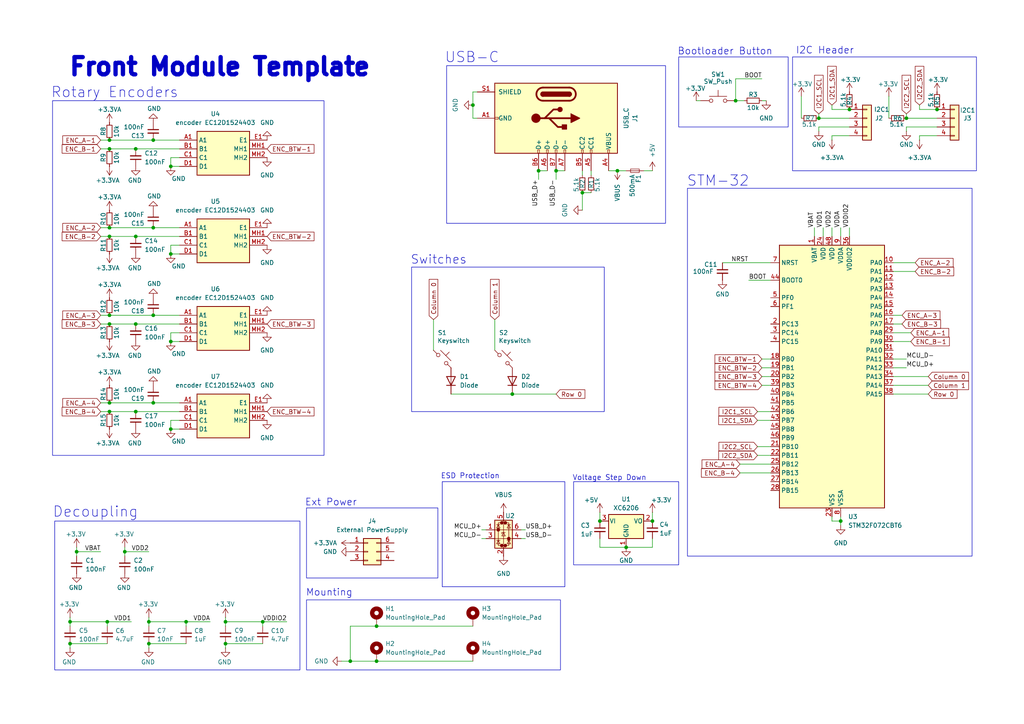
<source format=kicad_sch>
(kicad_sch (version 20250114) (generator "eeschema") (generator_version "9.0")
  (paper "A4")
  (rectangle (start 119.38 77.47) (end 175.26 119.38))
  (rectangle (start 199.39 54.61) (end 281.94 161.29))
  (rectangle (start 166.37 139.7) (end 196.85 163.83))
  (rectangle (start 15.875 151.13) (end 86.995 194.31))
  (rectangle (start 15.24 29.21) (end 93.98 132.08))
  (rectangle (start 193.04 19.05) (end 129.54 64.77))
  (rectangle (start 128.27 139.7) (end 163.83 170.18))
  (rectangle (start 88.9 173.99) (end 162.56 194.31))
  (rectangle (start 229.87 16.51) (end 283.21 49.53))
  (rectangle (start 196.85 16.51) (end 228.6 36.83))
  (rectangle (start 88.9 147.32) (end 127 167.64))
  (text "ESD Protection" (at 136.398 138.176 0) (effects (font (size 1.5 1.5))))
  (text "I2C Header" (at 239.268 14.732 0) (effects (font (size 2 2))))
  (text "Mounting\n" (at 95.504 171.958 0) (effects (font (size 2 2))))
  (text "Ext Power" (at 96.012 145.796 0) (effects (font (size 2 2))))
  (text "Voltage Step Down" (at 176.784 138.684 0) (effects (font (size 1.5 1.5))))
  (text "Bootloader Button" (at 210.312 14.986 0) (effects (font (size 2 2))))
  (text "Switches" (at 127.254 75.438 0) (effects (font (size 2.5 2.5))))
  (text "Decoupling" (at 27.686 148.59 0) (effects (font (size 3 3))))
  (text "STM-32" (at 208.28 52.578 0) (effects (font (size 3 3))))
  (text "USB-C" (at 136.906 16.764 0) (effects (font (size 3 3))))
  (text "Front Module Template" (at 63.754 19.558 0) (effects (font (size 5 5) (thickness 1.6) (bold yes))))
  (text "Rotary Encoders" (at 33.274 26.924 0) (effects (font (size 3 3))))
  (junction (at 156.21 49.53))
  (junction (at 271.78 31.75))
  (junction (at 44.45 91.44))
  (junction (at 43.18 186.69))
  (junction (at 31.75 40.64))
  (junction (at 31.115 180.34))
  (junction (at 148.59 114.3))
  (junction (at 49.53 99.06))
  (junction (at 39.37 93.98))
  (junction (at 49.53 73.66))
  (junction (at 65.405 180.34))
  (junction (at 44.45 116.84))
  (junction (at 246.38 31.75))
  (junction (at 76.2 180.34))
  (junction (at 31.75 119.38))
  (junction (at 168.91 55.88))
  (junction (at 161.29 49.53))
  (junction (at 31.75 93.98))
  (junction (at 53.975 180.34))
  (junction (at 39.37 43.18))
  (junction (at 173.99 151.13))
  (junction (at 101.6 191.77))
  (junction (at 31.75 43.18))
  (junction (at 20.32 186.69))
  (junction (at 65.405 186.69))
  (junction (at 109.22 181.61))
  (junction (at 237.49 34.29))
  (junction (at 49.53 48.26))
  (junction (at 31.75 116.84))
  (junction (at 213.36 29.21))
  (junction (at 44.45 40.64))
  (junction (at 31.75 66.04))
  (junction (at 189.23 151.13))
  (junction (at 36.195 160.02))
  (junction (at 39.37 68.58))
  (junction (at 179.07 49.53))
  (junction (at 22.225 160.02))
  (junction (at 137.16 30.48))
  (junction (at 44.45 66.04))
  (junction (at 43.18 180.34))
  (junction (at 181.61 158.75))
  (junction (at 31.75 91.44))
  (junction (at 39.37 119.38))
  (junction (at 31.75 68.58))
  (junction (at 262.89 34.29))
  (junction (at 109.22 191.77))
  (junction (at 243.84 151.13))
  (junction (at 20.32 180.34))
  (junction (at 49.53 124.46))
  (wire (pts (xy 43.18 179.07) (xy 43.18 180.34)))
  (wire (pts (xy 189.23 158.75) (xy 189.23 156.21)))
  (wire (pts (xy 237.49 33.02) (xy 237.49 34.29)))
  (wire (pts (xy 220.98 22.86) (xy 213.36 22.86)))
  (wire (pts (xy 262.89 33.02) (xy 262.89 34.29)))
  (wire (pts (xy 189.23 148.59) (xy 189.23 151.13)))
  (wire (pts (xy 49.53 71.12) (xy 52.07 71.12)))
  (wire (pts (xy 65.405 180.34) (xy 76.2 180.34)))
  (wire (pts (xy 49.53 96.52) (xy 52.07 96.52)))
  (wire (pts (xy 65.405 180.34) (xy 65.405 181.61)))
  (wire (pts (xy 237.49 38.1) (xy 237.49 36.83)))
  (wire (pts (xy 241.3 30.48) (xy 241.3 31.75)))
  (wire (pts (xy 181.61 49.53) (xy 179.07 49.53)))
  (wire (pts (xy 130.81 114.3) (xy 148.59 114.3)))
  (wire (pts (xy 137.16 30.48) (xy 137.16 26.67)))
  (wire (pts (xy 31.75 116.84) (xy 44.45 116.84)))
  (wire (pts (xy 29.21 43.18) (xy 31.75 43.18)))
  (wire (pts (xy 76.2 180.34) (xy 76.2 181.61)))
  (wire (pts (xy 219.71 132.08) (xy 223.52 132.08)))
  (wire (pts (xy 39.37 43.18) (xy 52.07 43.18)))
  (wire (pts (xy 49.53 121.92) (xy 52.07 121.92)))
  (wire (pts (xy 243.84 151.13) (xy 243.84 152.4)))
  (wire (pts (xy 36.195 160.02) (xy 36.195 161.29)))
  (wire (pts (xy 65.405 187.96) (xy 65.405 186.69)))
  (wire (pts (xy 53.975 180.34) (xy 60.96 180.34)))
  (wire (pts (xy 259.08 76.2) (xy 265.43 76.2)))
  (wire (pts (xy 237.49 34.29) (xy 246.38 34.29)))
  (wire (pts (xy 262.89 38.1) (xy 262.89 36.83)))
  (wire (pts (xy 201.93 29.21) (xy 203.2 29.21)))
  (wire (pts (xy 49.53 73.66) (xy 52.07 73.66)))
  (wire (pts (xy 259.08 96.52) (xy 264.16 96.52)))
  (wire (pts (xy 109.22 191.77) (xy 137.16 191.77)))
  (wire (pts (xy 262.89 36.83) (xy 271.78 36.83)))
  (wire (pts (xy 152.4 153.67) (xy 151.13 153.67)))
  (wire (pts (xy 232.41 27.94) (xy 232.41 34.29)))
  (wire (pts (xy 43.18 160.02) (xy 36.195 160.02)))
  (wire (pts (xy 39.37 68.58) (xy 52.07 68.58)))
  (wire (pts (xy 36.195 158.75) (xy 36.195 160.02)))
  (wire (pts (xy 20.32 179.07) (xy 20.32 180.34)))
  (wire (pts (xy 259.08 111.76) (xy 269.24 111.76)))
  (wire (pts (xy 266.7 39.37) (xy 271.78 39.37)))
  (wire (pts (xy 49.53 124.46) (xy 52.07 124.46)))
  (wire (pts (xy 173.99 158.75) (xy 181.61 158.75)))
  (wire (pts (xy 259.08 91.44) (xy 261.62 91.44)))
  (wire (pts (xy 220.98 111.76) (xy 223.52 111.76)))
  (wire (pts (xy 257.81 27.94) (xy 257.81 34.29)))
  (wire (pts (xy 266.7 31.75) (xy 271.78 31.75)))
  (wire (pts (xy 173.99 156.21) (xy 173.99 158.75)))
  (wire (pts (xy 29.21 119.38) (xy 31.75 119.38)))
  (wire (pts (xy 31.115 180.34) (xy 38.1 180.34)))
  (wire (pts (xy 163.83 49.53) (xy 161.29 49.53)))
  (wire (pts (xy 262.89 34.29) (xy 271.78 34.29)))
  (wire (pts (xy 44.45 40.64) (xy 52.07 40.64)))
  (wire (pts (xy 266.7 40.64) (xy 266.7 39.37)))
  (wire (pts (xy 31.75 66.04) (xy 44.45 66.04)))
  (wire (pts (xy 219.71 119.38) (xy 223.52 119.38)))
  (wire (pts (xy 43.18 180.34) (xy 53.975 180.34)))
  (wire (pts (xy 243.84 149.86) (xy 243.84 151.13)))
  (wire (pts (xy 214.63 137.16) (xy 223.52 137.16)))
  (wire (pts (xy 168.91 49.53) (xy 168.91 50.8)))
  (wire (pts (xy 238.76 66.04) (xy 238.76 68.58)))
  (wire (pts (xy 43.18 187.96) (xy 43.18 186.69)))
  (wire (pts (xy 44.45 66.04) (xy 52.07 66.04)))
  (wire (pts (xy 125.73 92.71) (xy 125.73 101.6)))
  (wire (pts (xy 44.45 116.84) (xy 52.07 116.84)))
  (wire (pts (xy 31.75 93.98) (xy 39.37 93.98)))
  (wire (pts (xy 217.17 81.28) (xy 223.52 81.28)))
  (wire (pts (xy 20.32 187.96) (xy 20.32 186.69)))
  (wire (pts (xy 266.7 30.48) (xy 266.7 31.75)))
  (wire (pts (xy 148.59 114.3) (xy 161.29 114.3)))
  (wire (pts (xy 237.49 36.83) (xy 246.38 36.83)))
  (wire (pts (xy 241.3 39.37) (xy 246.38 39.37)))
  (wire (pts (xy 29.21 93.98) (xy 31.75 93.98)))
  (wire (pts (xy 259.08 104.14) (xy 262.89 104.14)))
  (wire (pts (xy 236.22 66.04) (xy 236.22 68.58)))
  (wire (pts (xy 181.61 158.75) (xy 189.23 158.75)))
  (wire (pts (xy 213.36 29.21) (xy 215.9 29.21)))
  (wire (pts (xy 39.37 93.98) (xy 52.07 93.98)))
  (wire (pts (xy 99.06 191.77) (xy 101.6 191.77)))
  (wire (pts (xy 49.53 48.26) (xy 52.07 48.26)))
  (wire (pts (xy 171.45 49.53) (xy 171.45 50.8)))
  (wire (pts (xy 49.53 124.46) (xy 49.53 121.92)))
  (wire (pts (xy 22.225 158.75) (xy 22.225 160.02)))
  (wire (pts (xy 259.08 78.74) (xy 265.43 78.74)))
  (wire (pts (xy 43.18 180.34) (xy 43.18 181.61)))
  (wire (pts (xy 29.21 40.64) (xy 31.75 40.64)))
  (wire (pts (xy 29.21 66.04) (xy 31.75 66.04)))
  (wire (pts (xy 49.53 99.06) (xy 49.53 96.52)))
  (wire (pts (xy 219.71 121.92) (xy 223.52 121.92)))
  (wire (pts (xy 220.98 104.14) (xy 223.52 104.14)))
  (wire (pts (xy 49.53 48.26) (xy 49.53 45.72)))
  (wire (pts (xy 65.405 186.69) (xy 76.2 186.69)))
  (wire (pts (xy 22.225 160.02) (xy 22.225 161.29)))
  (wire (pts (xy 161.29 52.07) (xy 161.29 49.53)))
  (wire (pts (xy 49.53 45.72) (xy 52.07 45.72)))
  (wire (pts (xy 241.3 40.64) (xy 241.3 39.37)))
  (wire (pts (xy 20.32 180.34) (xy 31.115 180.34)))
  (wire (pts (xy 31.75 68.58) (xy 39.37 68.58)))
  (wire (pts (xy 29.21 160.02) (xy 22.225 160.02)))
  (wire (pts (xy 39.37 119.38) (xy 52.07 119.38)))
  (wire (pts (xy 76.2 180.34) (xy 83.185 180.34)))
  (wire (pts (xy 29.21 116.84) (xy 31.75 116.84)))
  (wire (pts (xy 139.7 156.21) (xy 140.97 156.21)))
  (wire (pts (xy 31.75 43.18) (xy 39.37 43.18)))
  (wire (pts (xy 241.3 149.86) (xy 241.3 151.13)))
  (wire (pts (xy 20.32 186.69) (xy 31.115 186.69)))
  (wire (pts (xy 168.91 55.88) (xy 168.91 60.96)))
  (wire (pts (xy 137.16 26.67) (xy 138.43 26.67)))
  (wire (pts (xy 209.55 76.2) (xy 223.52 76.2)))
  (wire (pts (xy 241.3 31.75) (xy 246.38 31.75)))
  (wire (pts (xy 243.84 66.04) (xy 243.84 68.58)))
  (wire (pts (xy 220.98 29.21) (xy 222.25 29.21)))
  (wire (pts (xy 137.16 30.48) (xy 137.16 34.29)))
  (wire (pts (xy 53.975 180.34) (xy 53.975 181.61)))
  (wire (pts (xy 259.08 99.06) (xy 264.16 99.06)))
  (wire (pts (xy 179.07 49.53) (xy 176.53 49.53)))
  (wire (pts (xy 20.32 180.34) (xy 20.32 181.61)))
  (wire (pts (xy 137.16 34.29) (xy 138.43 34.29)))
  (wire (pts (xy 29.21 68.58) (xy 31.75 68.58)))
  (wire (pts (xy 219.71 129.54) (xy 223.52 129.54)))
  (wire (pts (xy 259.08 114.3) (xy 269.24 114.3)))
  (wire (pts (xy 31.75 40.64) (xy 44.45 40.64)))
  (wire (pts (xy 31.75 119.38) (xy 39.37 119.38)))
  (wire (pts (xy 43.18 186.69) (xy 53.975 186.69)))
  (wire (pts (xy 29.21 91.44) (xy 31.75 91.44)))
  (wire (pts (xy 173.99 148.59) (xy 173.99 151.13)))
  (wire (pts (xy 241.3 151.13) (xy 243.84 151.13)))
  (wire (pts (xy 109.22 181.61) (xy 137.16 181.61)))
  (wire (pts (xy 171.45 55.88) (xy 168.91 55.88)))
  (wire (pts (xy 189.23 49.53) (xy 186.69 49.53)))
  (wire (pts (xy 259.08 93.98) (xy 261.62 93.98)))
  (wire (pts (xy 143.51 92.71) (xy 143.51 101.6)))
  (wire (pts (xy 220.98 106.68) (xy 223.52 106.68)))
  (wire (pts (xy 213.36 22.86) (xy 213.36 29.21)))
  (wire (pts (xy 241.3 66.04) (xy 241.3 68.58)))
  (wire (pts (xy 259.08 106.68) (xy 262.89 106.68)))
  (wire (pts (xy 49.53 99.06) (xy 52.07 99.06)))
  (wire (pts (xy 49.53 73.66) (xy 49.53 71.12)))
  (wire (pts (xy 156.21 52.07) (xy 156.21 49.53)))
  (wire (pts (xy 101.6 191.77) (xy 109.22 191.77)))
  (wire (pts (xy 214.63 134.62) (xy 223.52 134.62)))
  (wire (pts (xy 101.6 191.77) (xy 101.6 181.61)))
  (wire (pts (xy 139.7 153.67) (xy 140.97 153.67)))
  (wire (pts (xy 31.115 180.34) (xy 31.115 181.61)))
  (wire (pts (xy 259.08 109.22) (xy 269.24 109.22)))
  (wire (pts (xy 44.45 91.44) (xy 52.07 91.44)))
  (wire (pts (xy 158.75 49.53) (xy 156.21 49.53)))
  (wire (pts (xy 101.6 181.61) (xy 109.22 181.61)))
  (wire (pts (xy 220.98 109.22) (xy 223.52 109.22)))
  (wire (pts (xy 152.4 156.21) (xy 151.13 156.21)))
  (wire (pts (xy 246.38 66.04) (xy 246.38 68.58)))
  (wire (pts (xy 65.405 179.07) (xy 65.405 180.34)))
  (wire (pts (xy 31.75 91.44) (xy 44.45 91.44)))
  (label "MCU_D-" (at 139.7 156.21 180))
  (label "VDD1" (at 238.76 66.04 90))
  (label "VDDA" (at 60.96 180.34 180))
  (label "USB_D-" (at 152.4 156.21 0))
  (label "MCU_D+" (at 139.7 153.67 180))
  (label "VDDIO2" (at 83.185 180.34 180))
  (label "USB_D+" (at 156.21 52.07 270))
  (label "VDDA" (at 243.84 66.04 90))
  (label "BOOT" (at 220.98 22.86 180))
  (label "VDDIO2" (at 246.38 66.04 90))
  (label "BOOT" (at 217.17 81.28 0))
  (label "MCU_D+" (at 262.89 106.68 0))
  (label "USB_D-" (at 161.29 52.07 270))
  (label "VDD1" (at 38.1 180.34 180))
  (label "MCU_D-" (at 262.89 104.14 0))
  (label "NRST" (at 212.09 76.2 0))
  (label "VBAT" (at 29.21 160.02 180))
  (label "VDD2" (at 43.18 160.02 180))
  (label "VBAT" (at 236.22 66.04 90))
  (label "VDD2" (at 241.3 66.04 90))
  (label "USB_D+" (at 152.4 153.67 0))
  (global_label "ENC_B-3" (shape input) (at 261.62 93.98 0) (property "Intersheetrefs" "${INTERSHEET_REFS}" (effects (hide yes))))
  (global_label "I2C2_SDA" (shape input) (at 266.7 30.48 90) (property "Intersheetrefs" "${INTERSHEET_REFS}" (effects (hide yes))))
  (global_label "I2C2_SDA" (shape input) (at 219.71 132.08 180) (property "Intersheetrefs" "${INTERSHEET_REFS}" (effects (hide yes))))
  (global_label "ENC_B-2" (shape input) (at 265.43 78.74 0) (property "Intersheetrefs" "${INTERSHEET_REFS}" (effects (hide yes))))
  (global_label "ENC_A-4" (shape input) (at 29.21 116.84 180) (property "Intersheetrefs" "${INTERSHEET_REFS}" (effects (hide yes))))
  (global_label "Row 0" (shape input) (at 269.24 114.3 0) (property "Intersheetrefs" "${INTERSHEET_REFS}" (effects (hide yes))))
  (global_label "ENC_A-3" (shape input) (at 261.62 91.44 0) (property "Intersheetrefs" "${INTERSHEET_REFS}" (effects (hide yes))))
  (global_label "ENC_BTW-1" (shape input) (at 77.47 43.18 0) (property "Intersheetrefs" "${INTERSHEET_REFS}" (effects (hide yes))))
  (global_label "ENC_BTW-4" (shape input) (at 77.47 119.38 0) (property "Intersheetrefs" "${INTERSHEET_REFS}" (effects (hide yes))))
  (global_label "ENC_B-1" (shape input) (at 29.21 43.18 180) (property "Intersheetrefs" "${INTERSHEET_REFS}" (effects (hide yes))))
  (global_label "ENC_B-2" (shape input) (at 29.21 68.58 180) (property "Intersheetrefs" "${INTERSHEET_REFS}" (effects (hide yes))))
  (global_label "ENC_BTW-3" (shape input) (at 220.98 109.22 180) (property "Intersheetrefs" "${INTERSHEET_REFS}" (effects (hide yes))))
  (global_label "I2C1_SCL" (shape input) (at 219.71 119.38 180) (property "Intersheetrefs" "${INTERSHEET_REFS}" (effects (hide yes))))
  (global_label "ENC_A-1" (shape input) (at 264.16 96.52 0) (property "Intersheetrefs" "${INTERSHEET_REFS}" (effects (hide yes))))
  (global_label "I2C2_SCL" (shape input) (at 219.71 129.54 180) (property "Intersheetrefs" "${INTERSHEET_REFS}" (effects (hide yes))))
  (global_label "ENC_A-4" (shape input) (at 214.63 134.62 180) (property "Intersheetrefs" "${INTERSHEET_REFS}" (effects (hide yes))))
  (global_label "ENC_A-1" (shape input) (at 29.21 40.64 180) (property "Intersheetrefs" "${INTERSHEET_REFS}" (effects (hide yes))))
  (global_label "ENC_BTW-4" (shape input) (at 220.98 111.76 180) (property "Intersheetrefs" "${INTERSHEET_REFS}" (effects (hide yes))))
  (global_label "Row 0" (shape input) (at 161.29 114.3 0) (property "Intersheetrefs" "${INTERSHEET_REFS}" (effects (hide yes))))
  (global_label "Column 1" (shape input) (at 143.51 92.71 90) (property "Intersheetrefs" "${INTERSHEET_REFS}" (effects (hide yes))))
  (global_label "I2C1_SDA" (shape input) (at 219.71 121.92 180) (property "Intersheetrefs" "${INTERSHEET_REFS}" (effects (hide yes))))
  (global_label "Column 0" (shape input) (at 269.24 109.22 0) (property "Intersheetrefs" "${INTERSHEET_REFS}" (effects (hide yes))))
  (global_label "ENC_A-2" (shape input) (at 29.21 66.04 180) (property "Intersheetrefs" "${INTERSHEET_REFS}" (effects (hide yes))))
  (global_label "Column 0" (shape input) (at 125.73 92.71 90) (property "Intersheetrefs" "${INTERSHEET_REFS}" (effects (hide yes))))
  (global_label "ENC_B-1" (shape input) (at 264.16 99.06 0) (property "Intersheetrefs" "${INTERSHEET_REFS}" (effects (hide yes))))
  (global_label "ENC_BTW-2" (shape input) (at 220.98 106.68 180) (property "Intersheetrefs" "${INTERSHEET_REFS}" (effects (hide yes))))
  (global_label "ENC_A-2" (shape input) (at 265.43 76.2 0) (property "Intersheetrefs" "${INTERSHEET_REFS}" (effects (hide yes))))
  (global_label "ENC_BTW-3" (shape input) (at 77.47 93.98 0) (property "Intersheetrefs" "${INTERSHEET_REFS}" (effects (hide yes))))
  (global_label "I2C1_SCL" (shape input) (at 237.49 33.02 90) (property "Intersheetrefs" "${INTERSHEET_REFS}" (effects (hide yes))))
  (global_label "Column 1" (shape input) (at 269.24 111.76 0) (property "Intersheetrefs" "${INTERSHEET_REFS}" (effects (hide yes))))
  (global_label "ENC_B-4" (shape input) (at 214.63 137.16 180) (property "Intersheetrefs" "${INTERSHEET_REFS}" (effects (hide yes))))
  (global_label "ENC_BTW-1" (shape input) (at 220.98 104.14 180) (property "Intersheetrefs" "${INTERSHEET_REFS}" (effects (hide yes))))
  (global_label "I2C2_SCL" (shape input) (at 262.89 33.02 90) (property "Intersheetrefs" "${INTERSHEET_REFS}" (effects (hide yes))))
  (global_label "ENC_B-4" (shape input) (at 29.21 119.38 180) (property "Intersheetrefs" "${INTERSHEET_REFS}" (effects (hide yes))))
  (global_label "ENC_A-3" (shape input) (at 29.21 91.44 180) (property "Intersheetrefs" "${INTERSHEET_REFS}" (effects (hide yes))))
  (global_label "ENC_BTW-2" (shape input) (at 77.47 68.58 0) (property "Intersheetrefs" "${INTERSHEET_REFS}" (effects (hide yes))))
  (global_label "ENC_B-3" (shape input) (at 29.21 93.98 180) (property "Intersheetrefs" "${INTERSHEET_REFS}" (effects (hide yes))))
  (global_label "I2C1_SDA" (shape input) (at 241.3 30.48 90) (property "Intersheetrefs" "${INTERSHEET_REFS}" (effects (hide yes))))
  (symbol (lib_id "Device:C_Small") (at 39.37 45.72 180) (unit 1)
    (property "Reference" "C12" (at 41.91 44.4435 0) (effects (justify right)))
    (property "Value" "100nF" (at 41.91 46.9835 0) (effects (justify right)))
    (property "Footprint" "Capacitor_SMD:C_0402_1005Metric_Pad0.74x0.62mm_HandSolder" (effects (hide yes)))
    (property "Description" "Unpolarized capacitor, small symbol" (effects (hide yes)))
    (property "LCSC" "C307331" (effects (hide yes)))
    (property "MPN" "CL05B104KB54PNC" (effects (hide yes)))
  )
  (symbol (lib_id "Connector_Generic:Conn_01x04") (at 251.46 34.29 0) (unit 1)
    (property "Reference" "J2" (at 253.746 34.29 0) (effects (justify left)))
    (property "Value" "I2C1" (at 253.492 31.75 0) (effects (justify left)))
    (property "Footprint" "Connector_JST:JST_EH_B4B-EH-A_1x04_P2.50mm_Vertical" (effects (hide yes)))
    (property "Description" "4P EH 1x4P Tin -25℃~+85℃ White 2.5mm 250V 4 3A 1 Through Hole Through Hole,P=2.5mm Headers, Male Pins RoHS" (effects (hide yes)))
    (property "LCSC" "C160258" (effects (hide yes)))
  )
  (symbol (lib_id "power:+3.3V") (at 65.405 179.07 0) (unit 1)
    (property "Reference" "#PWR09" (effects (hide yes)))
    (property "Value" "+3.3V" (at 65.151 175.26 0))
    (property "Description" "Power symbol creates a global label with name \"+3.3V\"" (effects (hide yes)))
  )
  (symbol (lib_id "power:+3.3V") (at 201.93 29.21 0) (unit 1)
    (property "Reference" "#PWR019" (effects (hide yes)))
    (property "Value" "+3.3V" (at 201.676 25.654 0))
    (property "Description" "Power symbol creates a global label with name \"+3.3V\"" (effects (hide yes)))
  )
  (symbol (lib_id "Device:C_Small") (at 44.45 63.5 0) (unit 1)
    (property "Reference" "C15" (at 41.91 64.7765 0) (effects (justify right)))
    (property "Value" "100nF" (at 41.91 62.2365 0) (effects (justify right)))
    (property "Footprint" "Capacitor_SMD:C_0402_1005Metric_Pad0.74x0.62mm_HandSolder" (effects (hide yes)))
    (property "Description" "Unpolarized capacitor, small symbol" (effects (hide yes)))
    (property "LCSC" "C307331" (effects (hide yes)))
    (property "MPN" "CL05B104KB54PNC" (effects (hide yes)))
  )
  (symbol (lib_id "power:+3.3VA") (at 31.75 99.06 180) (unit 1)
    (property "Reference" "#PWR047" (effects (hide yes)))
    (property "Value" "+3.3VA" (at 31.242 103.124 0))
    (property "Description" "Power symbol creates a global label with name \"+3.3VA\"" (effects (hide yes)))
  )
  (symbol (lib_id "power:+3.3VA") (at 266.7 40.64 180) (unit 1)
    (property "Reference" "#PWR057" (effects (hide yes)))
    (property "Value" "+3.3VA" (at 266.7 45.72 0))
    (property "Description" "Power symbol creates a global label with name \"+3.3VA\"" (effects (hide yes)))
  )
  (symbol (lib_id "Device:R_Small") (at 31.75 88.9 0) (unit 1)
    (property "Reference" "R12" (at 29.972 88.9 90))
    (property "Value" "10k" (at 33.782 88.9 90))
    (property "Footprint" "Capacitor_SMD:C_0402_1005Metric_Pad0.74x0.62mm_HandSolder" (effects (hide yes)))
    (property "Description" "Resistor, small symbol" (effects (hide yes)))
    (property "LCSC" "C25744" (effects (hide yes)))
  )
  (symbol (lib_id "power:GND") (at 77.47 91.44 180) (unit 1)
    (property "Reference" "#PWR059" (effects (hide yes)))
    (property "Value" "GND" (at 77.47 86.36 0))
    (property "Description" "Power symbol creates a global label with name \"GND\" , ground" (effects (hide yes)))
  )
  (symbol (lib_id "power:GND") (at 39.37 73.66 0) (unit 1)
    (property "Reference" "#PWR040" (effects (hide yes)))
    (property "Value" "GND" (at 39.116 77.724 0))
    (property "Description" "Power symbol creates a global label with name \"GND\" , ground" (effects (hide yes)))
  )
  (symbol (lib_id "power:GND") (at 49.53 73.66 0) (unit 1)
    (property "Reference" "#PWR043" (effects (hide yes)))
    (property "Value" "GND" (at 51.816 77.216 0))
    (property "Description" "Power symbol creates a global label with name \"GND\" , ground" (effects (hide yes)))
  )
  (symbol (lib_id "Regulator_Linear:XC6206PxxxMR") (at 181.61 151.13 0) (unit 1)
    (property "Reference" "U1" (at 181.61 144.78 0))
    (property "Value" "XC6206" (at 181.61 147.32 0))
    (property "Footprint" "Package_TO_SOT_SMD:SOT-23-3" (effects (hide yes)))
    (property "Datasheet" "https://www.torexsemi.com/file/xc6206/XC6206.pdf" (effects (hide yes)))
    (property "Description" "Positive 60-250mA Low Dropout Regulator, Fixed Output, SOT-23" (effects (hide yes)))
    (property "LCSC" "C5446" (effects (hide yes)))
  )
  (symbol (lib_id "Device:R_Small") (at 218.44 29.21 270) (unit 1)
    (property "Reference" "R3" (at 218.44 27.432 90))
    (property "Value" "10k" (at 218.44 31.242 90))
    (property "Footprint" "Capacitor_SMD:C_0402_1005Metric_Pad0.74x0.62mm_HandSolder" (effects (hide yes)))
    (property "Description" "Resistor, small symbol" (effects (hide yes)))
    (property "LCSC" "C25744" (effects (hide yes)))
  )
  (symbol (lib_id "power:GND") (at 49.53 124.46 0) (unit 1)
    (property "Reference" "#PWR058" (effects (hide yes)))
    (property "Value" "GND" (at 51.816 128.016 0))
    (property "Description" "Power symbol creates a global label with name \"GND\" , ground" (effects (hide yes)))
  )
  (symbol (lib_id "power:GND") (at 49.53 48.26 0) (unit 1)
    (property "Reference" "#PWR031" (effects (hide yes)))
    (property "Value" "GND" (at 51.816 51.816 0))
    (property "Description" "Power symbol creates a global label with name \"GND\" , ground" (effects (hide yes)))
  )
  (symbol (lib_id "Device:C_Small") (at 44.45 114.3 0) (unit 1)
    (property "Reference" "C19" (at 41.91 115.5765 0) (effects (justify right)))
    (property "Value" "100nF" (at 41.91 113.0365 0) (effects (justify right)))
    (property "Footprint" "Capacitor_SMD:C_0402_1005Metric_Pad0.74x0.62mm_HandSolder" (effects (hide yes)))
    (property "Description" "Unpolarized capacitor, small symbol" (effects (hide yes)))
    (property "LCSC" "C307331" (effects (hide yes)))
    (property "MPN" "CL05B104KB54PNC" (effects (hide yes)))
  )
  (symbol (lib_id "Device:C_Small") (at 20.32 184.15 180) (unit 1)
    (property "Reference" "C5" (at 22.86 182.8735 0) (effects (justify right)))
    (property "Value" "100nF" (at 22.86 185.4135 0) (effects (justify right)))
    (property "Footprint" "Capacitor_SMD:C_0402_1005Metric_Pad0.74x0.62mm_HandSolder" (effects (hide yes)))
    (property "Description" "Unpolarized capacitor, small symbol" (effects (hide yes)))
    (property "LCSC" "C307331" (effects (hide yes)))
    (property "MPN" "CL05B104KB54PNC" (effects (hide yes)))
  )
  (symbol (lib_id "power:+3.3VA") (at 31.75 48.26 180) (unit 1)
    (property "Reference" "#PWR034" (effects (hide yes)))
    (property "Value" "+3.3VA" (at 31.242 52.324 0))
    (property "Description" "Power symbol creates a global label with name \"+3.3VA\"" (effects (hide yes)))
  )
  (symbol (lib_id "power:GND") (at 99.06 191.77 270) (unit 1)
    (property "Reference" "#PWR028" (effects (hide yes)))
    (property "Value" "GND" (at 95.25 191.7699 90) (effects (justify right)))
    (property "Description" "Power symbol creates a global label with name \"GND\" , ground" (effects (hide yes)))
  )
  (symbol (lib_id "Device:R_Small") (at 31.75 114.3 0) (unit 1)
    (property "Reference" "R14" (at 29.972 114.3 90))
    (property "Value" "10k" (at 33.782 114.3 90))
    (property "Footprint" "Capacitor_SMD:C_0402_1005Metric_Pad0.74x0.62mm_HandSolder" (effects (hide yes)))
    (property "Description" "Resistor, small symbol" (effects (hide yes)))
    (property "LCSC" "C25744" (effects (hide yes)))
  )
  (symbol (lib_id "Connector_Generic:Conn_01x04") (at 276.86 34.29 0) (unit 1)
    (property "Reference" "J3" (at 279.4 34.2899 0) (effects (justify left)))
    (property "Value" "I2C1" (at 278.384 32.004 0) (effects (justify left)))
    (property "Footprint" "Connector_JST:JST_EH_B4B-EH-A_1x04_P2.50mm_Vertical" (effects (hide yes)))
    (property "Description" "4P EH 1x4P Tin -25℃~+85℃ White 2.5mm 250V 4 3A 1 Through Hole Through Hole,P=2.5mm Headers, Male Pins RoHS" (effects (hide yes)))
    (property "LCSC" "C160258" (effects (hide yes)))
  )
  (symbol (lib_id "power:VBUS") (at 179.07 49.53 180) (unit 1)
    (property "Reference" "#PWR015" (effects (hide yes)))
    (property "Value" "VBUS" (at 179.0701 53.34 90) (effects (justify left)))
    (property "Description" "Power symbol creates a global label with name \"VBUS\"" (effects (hide yes)))
  )
  (symbol (lib_id "power:+3.3V") (at 22.225 158.75 0) (unit 1)
    (property "Reference" "#PWR01" (effects (hide yes)))
    (property "Value" "+3.3V" (at 21.971 154.94 0))
    (property "Description" "Power symbol creates a global label with name \"+3.3V\"" (effects (hide yes)))
  )
  (symbol (lib_id "Device:R_Small") (at 31.75 71.12 0) (unit 1)
    (property "Reference" "R11" (at 29.972 71.12 90))
    (property "Value" "10k" (at 33.782 71.12 90))
    (property "Footprint" "Capacitor_SMD:C_0402_1005Metric_Pad0.74x0.62mm_HandSolder" (effects (hide yes)))
    (property "Description" "Resistor, small symbol" (effects (hide yes)))
    (property "LCSC" "C25744" (effects (hide yes)))
  )
  (symbol (lib_id "power:GND") (at 43.18 187.96 0) (unit 1)
    (property "Reference" "#PWR013" (effects (hide yes)))
    (property "Value" "GND" (at 42.926 192.024 0))
    (property "Description" "Power symbol creates a global label with name \"GND\" , ground" (effects (hide yes)))
  )
  (symbol (lib_id "Power_Protection:USBLC6-2SC6") (at 146.05 153.67 0) (unit 1)
    (property "Reference" "U2" (at 146.558 149.606 0) (effects (justify left)))
    (property "Value" "USBLC6-2SC6" (effects (hide yes)))
    (property "Footprint" "Package_TO_SOT_SMD:SOT-23-6_Handsoldering" (effects (hide yes)))
    (property "Datasheet" "https://www.st.com/resource/en/datasheet/usblc6-2.pdf" (effects (hide yes)))
    (property "Description" "Very low capacitance ESD protection diode, 2 data-line, SOT-23-6" (effects (hide yes)))
    (property "LCSC" "C2827654" (effects (hide yes)))
  )
  (symbol (lib_id "power:+3.3V") (at 20.32 179.07 0) (unit 1)
    (property "Reference" "#PWR07" (effects (hide yes)))
    (property "Value" "+3.3V" (at 20.066 175.26 0))
    (property "Description" "Power symbol creates a global label with name \"+3.3V\"" (effects (hide yes)))
  )
  (symbol (lib_id "power:GND") (at 237.49 38.1 0) (unit 1)
    (property "Reference" "#PWR023" (effects (hide yes)))
    (property "Value" "GND" (at 237.49 41.91 0))
    (property "Description" "Power symbol creates a global label with name \"GND\" , ground" (effects (hide yes)))
  )
  (symbol (lib_id "Mechanical:MountingHole_Pad") (at 109.22 189.23 0) (unit 1) (in_bom no)
    (property "Reference" "H2" (at 111.76 186.6899 0) (effects (justify left)))
    (property "Value" "MountingHole_Pad" (at 111.76 189.2299 0) (effects (justify left)))
    (property "Footprint" "MountingHole:MountingHole_2.2mm_M2_Pad_Via" (effects (hide yes)))
    (property "Description" "Mounting Hole with connection" (effects (hide yes)))
  )
  (symbol (lib_id "Device:R_Small") (at 271.78 29.21 180) (unit 1)
    (property "Reference" "R5" (at 271.78 29.21 90))
    (property "Value" "5.1k" (at 270.002 28.956 90))
    (property "Footprint" "Capacitor_SMD:C_0402_1005Metric_Pad0.74x0.62mm_HandSolder" (effects (hide yes)))
    (property "Description" "Resistor, small symbol" (effects (hide yes)))
    (property "LCSC" "C25905" (effects (hide yes)))
  )
  (symbol (lib_id "ScottoKeebs:Placeholder_Diode") (at 130.81 110.49 90) (unit 1)
    (property "Reference" "D1" (at 133.35 109.2199 90) (effects (justify right)))
    (property "Value" "Diode" (at 133.35 111.7599 90) (effects (justify right)))
    (property "Footprint" "diode-default-kiloan-keyboards:SOD-123_ONS" (effects (hide yes)))
    (property "Datasheet" "https://www.lcsc.com/datasheet/lcsc_datasheet_2410010301_onsemi-MMSD4148T1G_C11177.pdf" (effects (hide yes)))
    (property "Description" "1N4148W (SOD-123_ONS)" (effects (hide yes)))
    (property "LCSC" "C11177" (effects (hide yes)))
    (property "Sim.Device" "D" (effects (hide yes)))
    (property "Sim.Pins" "1=K 2=A" (effects (hide yes)))
  )
  (symbol (lib_id "Device:C_Small") (at 39.37 71.12 180) (unit 1)
    (property "Reference" "C14" (at 41.91 69.8435 0) (effects (justify right)))
    (property "Value" "100nF" (at 41.91 72.3835 0) (effects (justify right)))
    (property "Footprint" "Capacitor_SMD:C_0402_1005Metric_Pad0.74x0.62mm_HandSolder" (effects (hide yes)))
    (property "Description" "Unpolarized capacitor, small symbol" (effects (hide yes)))
    (property "LCSC" "C307331" (effects (hide yes)))
    (property "MPN" "CL05B104KB54PNC" (effects (hide yes)))
  )
  (symbol (lib_id "Device:C_Small") (at 173.99 153.67 0) (unit 1)
    (property "Reference" "C3" (at 168.402 152.4 0) (effects (justify left)))
    (property "Value" "1uF" (at 168.402 154.94 0) (effects (justify left)))
    (property "Footprint" "Capacitor_SMD:C_0402_1005Metric_Pad0.74x0.62mm_HandSolder" (effects (hide yes)))
    (property "Description" "Unpolarized capacitor, small symbol" (effects (hide yes)))
    (property "LCSC" "C52923" (effects (hide yes)))
  )
  (symbol (lib_id "ScottoKeebs:Placeholder_Diode") (at 148.59 110.49 90) (unit 1)
    (property "Reference" "D2" (at 151.13 109.2199 90) (effects (justify right)))
    (property "Value" "Diode" (at 151.13 111.7599 90) (effects (justify right)))
    (property "Footprint" "diode-default-kiloan-keyboards:SOD-123_ONS" (effects (hide yes)))
    (property "Datasheet" "https://www.lcsc.com/datasheet/lcsc_datasheet_2410010301_onsemi-MMSD4148T1G_C11177.pdf" (effects (hide yes)))
    (property "Description" "1N4148W (SOD-123_ONS)" (effects (hide yes)))
    (property "LCSC" "C11177" (effects (hide yes)))
    (property "Sim.Device" "D" (effects (hide yes)))
    (property "Sim.Pins" "1=K 2=A" (effects (hide yes)))
  )
  (symbol (lib_id "Device:C_Small") (at 76.2 184.15 180) (unit 1)
    (property "Reference" "C10" (at 78.5241 182.9314 0) (effects (justify right)))
    (property "Value" "4.7uF" (at 78.5241 185.3557 0) (effects (justify right)))
    (property "Footprint" "Capacitor_SMD:C_0402_1005Metric_Pad0.74x0.62mm_HandSolder" (effects (hide yes)))
    (property "Description" "Unpolarized capacitor, small symbol" (effects (hide yes)))
    (property "LCSC" "C23733" (effects (hide yes)))
    (property "MPN" "CL05A475MP5NRNC" (effects (hide yes)))
  )
  (symbol (lib_id "ScottoKeebs:Placeholder_Keyswitch") (at 128.27 104.14 0) (unit 1)
    (property "Reference" "S1" (at 128.27 96.52 0))
    (property "Value" "Keyswitch" (at 131.572 98.806 0))
    (property "Footprint" "ScottoKeebs_MX:MX_PCB_1.00u" (effects (hide yes)))
    (property "Description" "Push button switch, normally open, two pins, 45° tilted" (effects (hide yes)))
  )
  (symbol (lib_id "power:GND") (at 77.47 66.04 180) (unit 1)
    (property "Reference" "#PWR044" (effects (hide yes)))
    (property "Value" "GND" (at 77.47 60.96 0))
    (property "Description" "Power symbol creates a global label with name \"GND\" , ground" (effects (hide yes)))
  )
  (symbol (lib_id "power:GND") (at 222.25 29.21 0) (unit 1)
    (property "Reference" "#PWR020" (effects (hide yes)))
    (property "Value" "GND" (at 222.25 34.29 0))
    (property "Description" "Power symbol creates a global label with name \"GND\" , ground" (effects (hide yes)))
  )
  (symbol (lib_id "power:GND") (at 36.195 166.37 0) (unit 1)
    (property "Reference" "#PWR06" (effects (hide yes)))
    (property "Value" "GND" (at 35.941 170.434 0))
    (property "Description" "Power symbol creates a global label with name \"GND\" , ground" (effects (hide yes)))
  )
  (symbol (lib_id "power:+3.3V") (at 271.78 26.67 0) (unit 1)
    (property "Reference" "#PWR030" (effects (hide yes)))
    (property "Value" "+3.3V" (at 272.034 23.114 0))
    (property "Description" "Power symbol creates a global label with name \"+3.3V\"" (effects (hide yes)))
  )
  (symbol (lib_id "power:GND") (at 39.37 99.06 0) (unit 1)
    (property "Reference" "#PWR050" (effects (hide yes)))
    (property "Value" "GND" (at 39.116 103.124 0))
    (property "Description" "Power symbol creates a global label with name \"GND\" , ground" (effects (hide yes)))
  )
  (symbol (lib_id "Device:R_Small") (at 260.35 34.29 270) (unit 1)
    (property "Reference" "R6" (at 260.35 34.29 90))
    (property "Value" "5.1k" (at 260.096 36.068 90))
    (property "Footprint" "Capacitor_SMD:C_0402_1005Metric_Pad0.74x0.62mm_HandSolder" (effects (hide yes)))
    (property "Description" "Resistor, small symbol" (effects (hide yes)))
    (property "LCSC" "C25905" (effects (hide yes)))
  )
  (symbol (lib_id "power:GND") (at 20.32 187.96 0) (unit 1)
    (property "Reference" "#PWR012" (effects (hide yes)))
    (property "Value" "GND" (at 20.066 192.024 0))
    (property "Description" "Power symbol creates a global label with name \"GND\" , ground" (effects (hide yes)))
  )
  (symbol (lib_id "Device:R_Small") (at 31.75 45.72 0) (unit 1)
    (property "Reference" "R9" (at 29.972 45.72 90))
    (property "Value" "10k" (at 33.782 45.72 90))
    (property "Footprint" "Capacitor_SMD:C_0402_1005Metric_Pad0.74x0.62mm_HandSolder" (effects (hide yes)))
    (property "Description" "Resistor, small symbol" (effects (hide yes)))
    (property "LCSC" "C25744" (effects (hide yes)))
  )
  (symbol (lib_id "Mechanical:MountingHole_Pad") (at 109.22 179.07 0) (unit 1) (in_bom no)
    (property "Reference" "H1" (at 111.76 176.5299 0) (effects (justify left)))
    (property "Value" "MountingHole_Pad" (at 111.76 179.0699 0) (effects (justify left)))
    (property "Footprint" "MountingHole:MountingHole_2.2mm_M2_Pad_Via" (effects (hide yes)))
    (property "Description" "Mounting Hole with connection" (effects (hide yes)))
  )
  (symbol (lib_id "power:GND") (at 101.6 160.02 270) (unit 1)
    (property "Reference" "#PWR042" (effects (hide yes)))
    (property "Value" "GND" (at 97.79 160.0199 90) (effects (justify right)))
    (property "Description" "Power symbol creates a global label with name \"GND\" , ground" (effects (hide yes)))
  )
  (symbol (lib_id "power:GND") (at 44.45 86.36 180) (unit 1)
    (property "Reference" "#PWR052" (effects (hide yes)))
    (property "Value" "GND" (at 44.704 82.296 0))
    (property "Description" "Power symbol creates a global label with name \"GND\" , ground" (effects (hide yes)))
  )
  (symbol (lib_id "power:GND") (at 77.47 96.52 0) (unit 1)
    (property "Reference" "#PWR060" (effects (hide yes)))
    (property "Value" "GND" (at 77.47 101.6 0))
    (property "Description" "Power symbol creates a global label with name \"GND\" , ground" (effects (hide yes)))
  )
  (symbol (lib_id "power:GND") (at 77.47 45.72 0) (unit 1)
    (property "Reference" "#PWR032" (effects (hide yes)))
    (property "Value" "GND" (at 77.47 50.8 0))
    (property "Description" "Power symbol creates a global label with name \"GND\" , ground" (effects (hide yes)))
  )
  (symbol (lib_id "power:GND") (at 39.37 124.46 0) (unit 1)
    (property "Reference" "#PWR051" (effects (hide yes)))
    (property "Value" "GND" (at 39.116 128.524 0))
    (property "Description" "Power symbol creates a global label with name \"GND\" , ground" (effects (hide yes)))
  )
  (symbol (lib_id "Device:C_Small") (at 31.115 184.15 180) (unit 1)
    (property "Reference" "C6" (at 33.4391 182.9314 0) (effects (justify right)))
    (property "Value" "4.7uF" (at 33.4391 185.3557 0) (effects (justify right)))
    (property "Footprint" "Capacitor_SMD:C_0402_1005Metric_Pad0.74x0.62mm_HandSolder" (effects (hide yes)))
    (property "Description" "Unpolarized capacitor, small symbol" (effects (hide yes)))
    (property "LCSC" "C23733" (effects (hide yes)))
    (property "MPN" "CL05A475MP5NRNC" (effects (hide yes)))
  )
  (symbol (lib_id "power:+5V") (at 189.23 49.53 0) (unit 1)
    (property "Reference" "#PWR010" (effects (hide yes)))
    (property "Value" "+5V" (at 189.2301 45.72 90) (effects (justify left)))
    (property "Description" "Power symbol creates a global label with name \"+5V\"" (effects (hide yes)))
  )
  (symbol (lib_id "power:GND") (at 44.45 35.56 180) (unit 1)
    (property "Reference" "#PWR036" (effects (hide yes)))
    (property "Value" "GND" (at 44.704 31.496 0))
    (property "Description" "Power symbol creates a global label with name \"GND\" , ground" (effects (hide yes)))
  )
  (symbol (lib_id "encoder-EC12D1524403:EC12D1524403") (at 52.07 91.44 0) (unit 1)
    (property "Reference" "U6" (at 62.484 83.82 0))
    (property "Value" "encoder EC12D1524403" (at 62.484 86.36 0))
    (property "Footprint" "encoder-EC12D1524403:EC12D1524403" (effects (hide yes)))
    (property "Datasheet" "https://www.alps.com/prod/info/E/HTML/Encoder/Incremental/EC12E/EC12D1524403.html" (effects (hide yes)))
    (property "Description" "17,5mm Vertical encoder 15 Pulses 30 DET" (effects (hide yes)))
    (property "Height" "17.5" (effects (hide yes)))
    (property "LCSC" "C112349" (effects (hide yes)))
  )
  (symbol (lib_id "power:+3.3V") (at 43.18 179.07 0) (unit 1)
    (property "Reference" "#PWR08" (effects (hide yes)))
    (property "Value" "+3.3V" (at 42.926 175.26 0))
    (property "Description" "Power symbol creates a global label with name \"+3.3V\"" (effects (hide yes)))
  )
  (symbol (lib_id "power:+3.3VA") (at 241.3 40.64 180) (unit 1)
    (property "Reference" "#PWR056" (effects (hide yes)))
    (property "Value" "+3.3VA" (at 241.3 45.72 0))
    (property "Description" "Power symbol creates a global label with name \"+3.3VA\"" (effects (hide yes)))
  )
  (symbol (lib_id "power:+3.3V") (at 232.41 27.94 0) (unit 1)
    (property "Reference" "#PWR026" (effects (hide yes)))
    (property "Value" "+3.3V" (at 232.664 24.384 0))
    (property "Description" "Power symbol creates a global label with name \"+3.3V\"" (effects (hide yes)))
  )
  (symbol (lib_id "encoder-EC12D1524403:EC12D1524403") (at 52.07 66.04 0) (unit 1)
    (property "Reference" "U5" (at 62.484 58.42 0))
    (property "Value" "encoder EC12D1524403" (at 62.484 60.96 0))
    (property "Footprint" "encoder-EC12D1524403:EC12D1524403" (effects (hide yes)))
    (property "Datasheet" "https://www.alps.com/prod/info/E/HTML/Encoder/Incremental/EC12E/EC12D1524403.html" (effects (hide yes)))
    (property "Description" "17,5mm Vertical encoder 15 Pulses 30 DET" (effects (hide yes)))
    (property "Height" "17.5" (effects (hide yes)))
    (property "LCSC" "C112349" (effects (hide yes)))
  )
  (symbol (lib_id "Device:R_Small") (at 31.75 96.52 0) (unit 1)
    (property "Reference" "R13" (at 29.972 96.52 90))
    (property "Value" "10k" (at 33.782 96.52 90))
    (property "Footprint" "Capacitor_SMD:C_0402_1005Metric_Pad0.74x0.62mm_HandSolder" (effects (hide yes)))
    (property "Description" "Resistor, small symbol" (effects (hide yes)))
    (property "LCSC" "C25744" (effects (hide yes)))
  )
  (symbol (lib_id "Device:C_Small") (at 39.37 121.92 180) (unit 1)
    (property "Reference" "C17" (at 41.91 120.6435 0) (effects (justify right)))
    (property "Value" "100nF" (at 41.91 123.1835 0) (effects (justify right)))
    (property "Footprint" "Capacitor_SMD:C_0402_1005Metric_Pad0.74x0.62mm_HandSolder" (effects (hide yes)))
    (property "Description" "Unpolarized capacitor, small symbol" (effects (hide yes)))
    (property "LCSC" "C307331" (effects (hide yes)))
    (property "MPN" "CL05B104KB54PNC" (effects (hide yes)))
  )
  (symbol (lib_id "power:+3.3VA") (at 101.6 157.48 90) (unit 1)
    (property "Reference" "#PWR055" (effects (hide yes)))
    (property "Value" "+3.3VA" (at 97.79 157.4799 90) (effects (justify left)))
    (property "Description" "Power symbol creates a global label with name \"+3.3VA\"" (effects (hide yes)))
  )
  (symbol (lib_id "Device:R_Small") (at 246.38 29.21 180) (unit 1)
    (property "Reference" "R4" (at 246.38 29.21 90))
    (property "Value" "5.1k" (at 244.602 28.956 90))
    (property "Footprint" "Capacitor_SMD:C_0402_1005Metric_Pad0.74x0.62mm_HandSolder" (effects (hide yes)))
    (property "Description" "Resistor, small symbol" (effects (hide yes)))
    (property "LCSC" "C25905" (effects (hide yes)))
  )
  (symbol (lib_id "Device:R_Small") (at 31.75 63.5 0) (unit 1)
    (property "Reference" "R10" (at 29.972 63.5 90))
    (property "Value" "10k" (at 33.782 63.5 90))
    (property "Footprint" "Capacitor_SMD:C_0402_1005Metric_Pad0.74x0.62mm_HandSolder" (effects (hide yes)))
    (property "Description" "Resistor, small symbol" (effects (hide yes)))
    (property "LCSC" "C25744" (effects (hide yes)))
  )
  (symbol (lib_id "Device:C_Small") (at 53.975 184.15 180) (unit 1)
    (property "Reference" "C8" (at 56.2991 182.9314 0) (effects (justify right)))
    (property "Value" "1uF" (at 56.2991 185.3557 0) (effects (justify right)))
    (property "Footprint" "Capacitor_SMD:C_0402_1005Metric_Pad0.74x0.62mm_HandSolder" (effects (hide yes)))
    (property "Description" "Unpolarized capacitor, small symbol" (effects (hide yes)))
    (property "LCSC" "C52923" (effects (hide yes)))
    (property "MPN" "CL05A105KA5NQNC" (effects (hide yes)))
  )
  (symbol (lib_id "Mechanical:MountingHole_Pad") (at 137.16 179.07 0) (unit 1) (in_bom no)
    (property "Reference" "H3" (at 139.7 176.5299 0) (effects (justify left)))
    (property "Value" "MountingHole_Pad" (at 139.7 179.0699 0) (effects (justify left)))
    (property "Footprint" "MountingHole:MountingHole_2.2mm_M2_Pad_Via" (effects (hide yes)))
    (property "Description" "Mounting Hole with connection" (effects (hide yes)))
  )
  (symbol (lib_id "Device:R_Small") (at 31.75 38.1 0) (unit 1)
    (property "Reference" "R8" (at 29.972 38.1 90))
    (property "Value" "10k" (at 33.782 38.1 90))
    (property "Footprint" "Capacitor_SMD:C_0402_1005Metric_Pad0.74x0.62mm_HandSolder" (effects (hide yes)))
    (property "Description" "Resistor, small symbol" (effects (hide yes)))
    (property "LCSC" "C25744" (effects (hide yes)))
  )
  (symbol (lib_id "power:GND") (at 39.37 48.26 0) (unit 1)
    (property "Reference" "#PWR035" (effects (hide yes)))
    (property "Value" "GND" (at 39.116 52.324 0))
    (property "Description" "Power symbol creates a global label with name \"GND\" , ground" (effects (hide yes)))
  )
  (symbol (lib_id "power:GND") (at 243.84 152.4 0) (unit 1)
    (property "Reference" "#PWR022" (effects (hide yes)))
    (property "Value" "GND" (at 243.84 157.48 0))
    (property "Description" "Power symbol creates a global label with name \"GND\" , ground" (effects (hide yes)))
  )
  (symbol (lib_id "power:+3.3VA") (at 31.75 35.56 0) (unit 1)
    (property "Reference" "#PWR033" (effects (hide yes)))
    (property "Value" "+3.3VA" (at 31.75 31.75 0))
    (property "Description" "Power symbol creates a global label with name \"+3.3VA\"" (effects (hide yes)))
  )
  (symbol (lib_id "Device:C_Small") (at 22.225 163.83 180) (unit 1)
    (property "Reference" "C1" (at 24.765 162.5535 0) (effects (justify right)))
    (property "Value" "100nF" (at 24.765 165.0935 0) (effects (justify right)))
    (property "Footprint" "Capacitor_SMD:C_0402_1005Metric_Pad0.74x0.62mm_HandSolder" (effects (hide yes)))
    (property "Description" "Unpolarized capacitor, small symbol" (effects (hide yes)))
    (property "LCSC" "C307331" (effects (hide yes)))
  )
  (symbol (lib_id "Device:C_Small") (at 209.55 78.74 0) (unit 1)
    (property "Reference" "C11" (at 204.216 76.708 0) (effects (justify left)))
    (property "Value" "100nF" (at 200.914 78.74 0) (effects (justify left)))
    (property "Footprint" "Capacitor_SMD:C_0402_1005Metric_Pad0.74x0.62mm_HandSolder" (effects (hide yes)))
    (property "Description" "Unpolarized capacitor, small symbol" (effects (hide yes)))
    (property "LCSC" "C307331" (effects (hide yes)))
  )
  (symbol (lib_id "encoder-EC12D1524403:EC12D1524403") (at 52.07 40.64 0) (unit 1)
    (property "Reference" "U4" (at 62.484 33.02 0))
    (property "Value" "encoder EC12D1524403" (at 62.484 35.56 0))
    (property "Footprint" "encoder-EC12D1524403:EC12D1524403" (effects (hide yes)))
    (property "Datasheet" "https://www.alps.com/prod/info/E/HTML/Encoder/Incremental/EC12E/EC12D1524403.html" (effects (hide yes)))
    (property "Description" "17,5mm Vertical encoder 15 Pulses 30 DET" (effects (hide yes)))
    (property "Height" "17.5" (effects (hide yes)))
    (property "LCSC" "C112349" (effects (hide yes)))
  )
  (symbol (lib_id "power:+3.3VA") (at 31.75 60.96 0) (unit 1)
    (property "Reference" "#PWR038" (effects (hide yes)))
    (property "Value" "+3.3VA" (at 31.75 57.15 0))
    (property "Description" "Power symbol creates a global label with name \"+3.3VA\"" (effects (hide yes)))
  )
  (symbol (lib_id "power:GND") (at 262.89 38.1 0) (unit 1)
    (property "Reference" "#PWR025" (effects (hide yes)))
    (property "Value" "GND" (at 262.89 41.91 0))
    (property "Description" "Power symbol creates a global label with name \"GND\" , ground" (effects (hide yes)))
  )
  (symbol (lib_id "Device:C_Small") (at 39.37 96.52 180) (unit 1)
    (property "Reference" "C16" (at 41.91 95.2435 0) (effects (justify right)))
    (property "Value" "100nF" (at 41.91 97.7835 0) (effects (justify right)))
    (property "Footprint" "Capacitor_SMD:C_0402_1005Metric_Pad0.74x0.62mm_HandSolder" (effects (hide yes)))
    (property "Description" "Unpolarized capacitor, small symbol" (effects (hide yes)))
    (property "LCSC" "C307331" (effects (hide yes)))
    (property "MPN" "CL05B104KB54PNC" (effects (hide yes)))
  )
  (symbol (lib_id "power:+3.3VA") (at 31.75 86.36 0) (unit 1)
    (property "Reference" "#PWR046" (effects (hide yes)))
    (property "Value" "+3.3VA" (at 31.75 82.55 0))
    (property "Description" "Power symbol creates a global label with name \"+3.3VA\"" (effects (hide yes)))
  )
  (symbol (lib_id "power:+3.3V") (at 189.23 148.59 0) (unit 1)
    (property "Reference" "#PWR04" (effects (hide yes)))
    (property "Value" "+3.3V" (at 191.77 145.034 0))
    (property "Description" "Power symbol creates a global label with name \"+3.3V\"" (effects (hide yes)))
  )
  (symbol (lib_id "power:GND") (at 77.47 40.64 180) (unit 1)
    (property "Reference" "#PWR037" (effects (hide yes)))
    (property "Value" "GND" (at 77.47 35.56 0))
    (property "Description" "Power symbol creates a global label with name \"GND\" , ground" (effects (hide yes)))
  )
  (symbol (lib_id "power:GND") (at 44.45 111.76 180) (unit 1)
    (property "Reference" "#PWR053" (effects (hide yes)))
    (property "Value" "GND" (at 44.704 107.696 0))
    (property "Description" "Power symbol creates a global label with name \"GND\" , ground" (effects (hide yes)))
  )
  (symbol (lib_id "ScottoKeebs:Placeholder_Keyswitch") (at 146.05 104.14 0) (unit 1)
    (property "Reference" "S2" (at 146.05 96.52 0))
    (property "Value" "Keyswitch" (at 149.352 98.806 0))
    (property "Footprint" "ScottoKeebs_MX:MX_PCB_1.00u" (effects (hide yes)))
    (property "Description" "Push button switch, normally open, two pins, 45° tilted" (effects (hide yes)))
  )
  (symbol (lib_id "power:+5V") (at 173.99 148.59 0) (unit 1)
    (property "Reference" "#PWR03" (effects (hide yes)))
    (property "Value" "+5V" (at 171.45 145.034 0))
    (property "Description" "Power symbol creates a global label with name \"+5V\"" (effects (hide yes)))
  )
  (symbol (lib_id "Device:R_Small") (at 168.91 53.34 0) (unit 1)
    (property "Reference" "R2" (at 168.91 53.34 90))
    (property "Value" "5.1k" (at 167.132 53.594 90))
    (property "Footprint" "Capacitor_SMD:C_0402_1005Metric_Pad0.74x0.62mm_HandSolder" (effects (hide yes)))
    (property "Description" "Resistor, small symbol" (effects (hide yes)))
    (property "LCSC" "C25905" (effects (hide yes)))
  )
  (symbol (lib_id "Mechanical:MountingHole_Pad") (at 137.16 189.23 0) (unit 1) (in_bom no)
    (property "Reference" "H4" (at 139.7 186.6899 0) (effects (justify left)))
    (property "Value" "MountingHole_Pad" (at 139.7 189.2299 0) (effects (justify left)))
    (property "Footprint" "MountingHole:MountingHole_2.2mm_M2_Pad_Via" (effects (hide yes)))
    (property "Description" "Mounting Hole with connection" (effects (hide yes)))
  )
  (symbol (lib_id "power:GND") (at 44.45 60.96 180) (unit 1)
    (property "Reference" "#PWR041" (effects (hide yes)))
    (property "Value" "GND" (at 44.704 56.896 0))
    (property "Description" "Power symbol creates a global label with name \"GND\" , ground" (effects (hide yes)))
  )
  (symbol (lib_id "MCU_ST_STM32F0:STM32F072CBTx") (at 241.3 109.22 0) (unit 1)
    (property "Reference" "U3" (at 245.9833 149.86 0) (effects (justify left)))
    (property "Value" "STM32F072CBT6" (at 245.9833 152.4 0) (effects (justify left)))
    (property "Footprint" "Package_QFP:LQFP-48_7x7mm_P0.5mm" (effects (hide yes)))
    (property "Datasheet" "https://www.st.com/resource/en/datasheet/stm32f072cb.pdf" (effects (hide yes)))
    (property "Description" "STMicroelectronics Arm Cortex-M0 MCU, 128KB flash, 16KB RAM, 48 MHz, 2.0-3.6V, 37 GPIO, LQFP48" (effects (hide yes)))
    (property "LCSC" "C81720" (effects (hide yes)))
  )
  (symbol (lib_id "Device:C_Small") (at 44.45 88.9 0) (unit 1)
    (property "Reference" "C18" (at 41.91 90.1765 0) (effects (justify right)))
    (property "Value" "100nF" (at 41.91 87.6365 0) (effects (justify right)))
    (property "Footprint" "Capacitor_SMD:C_0402_1005Metric_Pad0.74x0.62mm_HandSolder" (effects (hide yes)))
    (property "Description" "Unpolarized capacitor, small symbol" (effects (hide yes)))
    (property "LCSC" "C307331" (effects (hide yes)))
    (property "MPN" "CL05B104KB54PNC" (effects (hide yes)))
  )
  (symbol (lib_id "power:+3.3V") (at 246.38 26.67 0) (unit 1)
    (property "Reference" "#PWR029" (effects (hide yes)))
    (property "Value" "+3.3V" (at 246.634 23.114 0))
    (property "Description" "Power symbol creates a global label with name \"+3.3V\"" (effects (hide yes)))
  )
  (symbol (lib_id "Device:R_Small") (at 171.45 53.34 0) (unit 1)
    (property "Reference" "R1" (at 171.45 53.34 90))
    (property "Value" "5.1k" (at 173.228 53.594 90))
    (property "Footprint" "Capacitor_SMD:C_0402_1005Metric_Pad0.74x0.62mm_HandSolder" (effects (hide yes)))
    (property "Description" "Resistor, small symbol" (effects (hide yes)))
    (property "LCSC" "C25905" (effects (hide yes)))
  )
  (symbol (lib_id "power:+3.3VA") (at 31.75 73.66 180) (unit 1)
    (property "Reference" "#PWR039" (effects (hide yes)))
    (property "Value" "+3.3VA" (at 31.242 77.724 0))
    (property "Description" "Power symbol creates a global label with name \"+3.3VA\"" (effects (hide yes)))
  )
  (symbol (lib_id "encoder-EC12D1524403:EC12D1524403") (at 52.07 116.84 0) (unit 1)
    (property "Reference" "U7" (at 62.484 109.22 0))
    (property "Value" "encoder EC12D1524403" (at 62.484 111.76 0))
    (property "Footprint" "encoder-EC12D1524403:EC12D1524403" (effects (hide yes)))
    (property "Datasheet" "https://www.alps.com/prod/info/E/HTML/Encoder/Incremental/EC12E/EC12D1524403.html" (effects (hide yes)))
    (property "Description" "17,5mm Vertical encoder 15 Pulses 30 DET" (effects (hide yes)))
    (property "Height" "17.5" (effects (hide yes)))
    (property "LCSC" "C112349" (effects (hide yes)))
  )
  (symbol (lib_id "power:GND") (at 77.47 116.84 180) (unit 1)
    (property "Reference" "#PWR061" (effects (hide yes)))
    (property "Value" "GND" (at 77.47 111.76 0))
    (property "Description" "Power symbol creates a global label with name \"GND\" , ground" (effects (hide yes)))
  )
  (symbol (lib_id "Device:R_Small") (at 234.95 34.29 270) (unit 1)
    (property "Reference" "R7" (at 234.95 34.29 90))
    (property "Value" "5.1k" (at 234.696 36.068 90))
    (property "Footprint" "Capacitor_SMD:C_0402_1005Metric_Pad0.74x0.62mm_HandSolder" (effects (hide yes)))
    (property "Description" "Resistor, small symbol" (effects (hide yes)))
    (property "LCSC" "C25905" (effects (hide yes)))
  )
  (symbol (lib_id "Device:C_Small") (at 65.405 184.15 180) (unit 1)
    (property "Reference" "C9" (at 67.945 182.8735 0) (effects (justify right)))
    (property "Value" "100nF" (at 67.945 185.4135 0) (effects (justify right)))
    (property "Footprint" "Capacitor_SMD:C_0402_1005Metric_Pad0.74x0.62mm_HandSolder" (effects (hide yes)))
    (property "Description" "Unpolarized capacitor, small symbol" (effects (hide yes)))
    (property "LCSC" "C307331" (effects (hide yes)))
    (property "MPN" "CL05B104KB54PNC" (effects (hide yes)))
  )
  (symbol (lib_id "power:+3.3VA") (at 31.75 111.76 0) (unit 1)
    (property "Reference" "#PWR048" (effects (hide yes)))
    (property "Value" "+3.3VA" (at 31.75 107.95 0))
    (property "Description" "Power symbol creates a global label with name \"+3.3VA\"" (effects (hide yes)))
  )
  (symbol (lib_id "power:GND") (at 22.225 166.37 0) (unit 1)
    (property "Reference" "#PWR05" (effects (hide yes)))
    (property "Value" "GND" (at 21.971 170.434 0))
    (property "Description" "Power symbol creates a global label with name \"GND\" , ground" (effects (hide yes)))
  )
  (symbol (lib_id "power:GND") (at 65.405 187.96 0) (unit 1)
    (property "Reference" "#PWR014" (effects (hide yes)))
    (property "Value" "GND" (at 65.151 192.024 0))
    (property "Description" "Power symbol creates a global label with name \"GND\" , ground" (effects (hide yes)))
  )
  (symbol (lib_id "power:GND") (at 77.47 121.92 0) (unit 1)
    (property "Reference" "#PWR062" (effects (hide yes)))
    (property "Value" "GND" (at 77.47 127 0))
    (property "Description" "Power symbol creates a global label with name \"GND\" , ground" (effects (hide yes)))
  )
  (symbol (lib_id "power:VBUS") (at 146.05 148.59 0) (unit 1)
    (property "Reference" "#PWR011" (effects (hide yes)))
    (property "Value" "VBUS" (at 146.05 143.51 0))
    (property "Description" "Power symbol creates a global label with name \"VBUS\"" (effects (hide yes)))
  )
  (symbol (lib_id "Device:C_Small") (at 43.18 184.15 180) (unit 1)
    (property "Reference" "C7" (at 45.5041 182.9314 0) (effects (justify right)))
    (property "Value" "10nF" (at 45.5041 185.3557 0) (effects (justify right)))
    (property "Footprint" "Capacitor_SMD:C_0402_1005Metric_Pad0.74x0.62mm_HandSolder" (effects (hide yes)))
    (property "Description" "Unpolarized capacitor, small symbol" (effects (hide yes)))
    (property "LCSC" "C15195" (effects (hide yes)))
    (property "MPN" "CL05B103KB5NNNC" (effects (hide yes)))
  )
  (symbol (lib_id "power:+3.3V") (at 36.195 158.75 0) (unit 1)
    (property "Reference" "#PWR02" (effects (hide yes)))
    (property "Value" "+3.3V" (at 35.941 154.94 0))
    (property "Description" "Power symbol creates a global label with name \"+3.3V\"" (effects (hide yes)))
  )
  (symbol (lib_id "power:GND") (at 77.47 71.12 0) (unit 1)
    (property "Reference" "#PWR045" (effects (hide yes)))
    (property "Value" "GND" (at 77.47 76.2 0))
    (property "Description" "Power symbol creates a global label with name \"GND\" , ground" (effects (hide yes)))
  )
  (symbol (lib_id "power:GND") (at 146.05 161.29 0) (unit 1)
    (property "Reference" "#PWR016" (effects (hide yes)))
    (property "Value" "GND" (at 146.05 166.37 0))
    (property "Description" "Power symbol creates a global label with name \"GND\" , ground" (effects (hide yes)))
  )
  (symbol (lib_id "Device:R_Small") (at 31.75 121.92 0) (unit 1)
    (property "Reference" "R15" (at 29.972 121.92 90))
    (property "Value" "10k" (at 33.782 121.92 90))
    (property "Footprint" "Capacitor_SMD:C_0402_1005Metric_Pad0.74x0.62mm_HandSolder" (effects (hide yes)))
    (property "Description" "Resistor, small symbol" (effects (hide yes)))
    (property "LCSC" "C25744" (effects (hide yes)))
  )
  (symbol (lib_id "Device:C_Small") (at 189.23 153.67 0) (unit 1)
    (property "Reference" "C4" (at 191.262 152.146 0) (effects (justify left)))
    (property "Value" "1uF" (at 191.262 154.686 0) (effects (justify left)))
    (property "Footprint" "Capacitor_SMD:C_0402_1005Metric_Pad0.74x0.62mm_HandSolder" (effects (hide yes)))
    (property "Description" "Unpolarized capacitor, small symbol" (effects (hide yes)))
    (property "LCSC" "C52923" (effects (hide yes)))
  )
  (symbol (lib_id "Device:C_Small") (at 44.45 38.1 0) (unit 1)
    (property "Reference" "C13" (at 41.91 39.3765 0) (effects (justify right)))
    (property "Value" "100nF" (at 41.91 36.8365 0) (effects (justify right)))
    (property "Footprint" "Capacitor_SMD:C_0402_1005Metric_Pad0.74x0.62mm_HandSolder" (effects (hide yes)))
    (property "Description" "Unpolarized capacitor, small symbol" (effects (hide yes)))
    (property "LCSC" "C307331" (effects (hide yes)))
    (property "MPN" "CL05B104KB54PNC" (effects (hide yes)))
  )
  (symbol (lib_id "power:+3.3V") (at 257.81 27.94 0) (unit 1)
    (property "Reference" "#PWR024" (effects (hide yes)))
    (property "Value" "+3.3V" (at 257.556 24.384 0))
    (property "Description" "Power symbol creates a global label with name \"+3.3V\"" (effects (hide yes)))
  )
  (symbol (lib_id "power:GND") (at 181.61 158.75 0) (unit 1)
    (property "Reference" "#PWR027" (effects (hide yes)))
    (property "Value" "GND" (at 181.61 162.56 0))
    (property "Description" "Power symbol creates a global label with name \"GND\" , ground" (effects (hide yes)))
  )
  (symbol (lib_id "Connector:USB_C_Receptacle_USB2.0_14P") (at 161.29 34.29 270) (unit 1)
    (property "Reference" "J1" (at 184.15 34.29 0))
    (property "Value" "USB_C" (at 181.61 34.29 0))
    (property "Footprint" "Connector_USB:USB_C_Receptacle_HRO_TYPE-C-31-M-12" (effects (hide yes)))
    (property "Datasheet" "https://www.usb.org/sites/default/files/documents/usb_type-c.zip" (effects (hide yes)))
    (property "Description" "USB 2.0-only 14P Type-C Receptacle connector" (effects (hide yes)))
    (property "LCSC" "C165948" (effects (hide yes)))
  )
  (symbol (lib_id "Device:C_Small") (at 36.195 163.83 180) (unit 1)
    (property "Reference" "C2" (at 38.735 162.5535 0) (effects (justify right)))
    (property "Value" "100nF" (at 38.735 165.0935 0) (effects (justify right)))
    (property "Footprint" "Capacitor_SMD:C_0402_1005Metric_Pad0.74x0.62mm_HandSolder" (effects (hide yes)))
    (property "Description" "Unpolarized capacitor, small symbol" (effects (hide yes)))
    (property "LCSC" "C307331" (effects (hide yes)))
    (property "MPN" "CL05B104KB54PNC" (effects (hide yes)))
  )
  (symbol (lib_id "power:GND") (at 49.53 99.06 0) (unit 1)
    (property "Reference" "#PWR054" (effects (hide yes)))
    (property "Value" "GND" (at 51.816 102.616 0))
    (property "Description" "Power symbol creates a global label with name \"GND\" , ground" (effects (hide yes)))
  )
  (symbol (lib_id "power:GND") (at 209.55 81.28 0) (unit 1)
    (property "Reference" "#PWR017" (effects (hide yes)))
    (property "Value" "GND" (at 209.55 85.344 0))
    (property "Description" "Power symbol creates a global label with name \"GND\" , ground" (effects (hide yes)))
  )
  (symbol (lib_id "Device:Fuse_Small") (at 184.15 49.53 180) (unit 1)
    (property "Reference" "F1" (at 185.166 51.816 90))
    (property "Value" "500mA" (at 183.388 53.848 90))
    (property "Footprint" "Fuse:Fuse_0603_1608Metric_Pad1.05x0.95mm_HandSolder" (effects (hide yes)))
    (property "Description" "Fuse, small symbol" (effects (hide yes)))
    (property "LCSC" "C210357" (effects (hide yes)))
  )
  (symbol (lib_id "power:+3.3VA") (at 31.75 124.46 180) (unit 1)
    (property "Reference" "#PWR049" (effects (hide yes)))
    (property "Value" "+3.3VA" (at 31.242 128.524 0))
    (property "Description" "Power symbol creates a global label with name \"+3.3VA\"" (effects (hide yes)))
  )
  (symbol (lib_id "Switch:SW_Push") (at 208.28 29.21 0) (unit 1)
    (property "Reference" "SW1" (at 208.28 21.59 0))
    (property "Value" "SW_Push" (at 208.28 23.622 0))
    (property "Footprint" "Button_Switch_SMD:SW_SPST_TL3342" (effects (hide yes)))
    (property "Description" "Push button switch, generic, two pins" (effects (hide yes)))
    (property "LCSC" "C115351" (effects (hide yes)))
  )
  (symbol (lib_id "power:GND") (at 137.16 30.48 270) (unit 1)
    (property "Reference" "#PWR021" (effects (hide yes)))
    (property "Value" "GND" (at 132.08 30.48 0))
    (property "Description" "Power symbol creates a global label with name \"GND\" , ground" (effects (hide yes)))
  )
  (symbol (lib_id "Connector_Generic:Conn_02x03_Counter_Clockwise") (at 106.68 160.02 0) (unit 1)
    (property "Reference" "J4" (at 107.95 151.13 0))
    (property "Value" "External PowerSupply" (at 107.95 153.67 0))
    (property "Footprint" "Connector_Wire:SolderWire-2sqmm_1x02_P7.8mm_D2mm_OD3.9mm" (effects (hide yes)))
    (property "Description" "Generic connector, double row, 02x03, counter clockwise pin numbering scheme (similar to DIP package numbering), script generated (kicad-library-utils/schlib/autogen/connector/)" (effects (hide yes)))
    (property "LCSC" "C471417" (effects (hide yes)))
  )
  (symbol (lib_id "power:GND") (at 168.91 60.96 270) (unit 1)
    (property "Reference" "#PWR018" (effects (hide yes)))
    (property "Value" "GND" (at 163.83 60.96 0))
    (property "Description" "Power symbol creates a global label with name \"GND\" , ground" (effects (hide yes)))
  )
)
</source>
